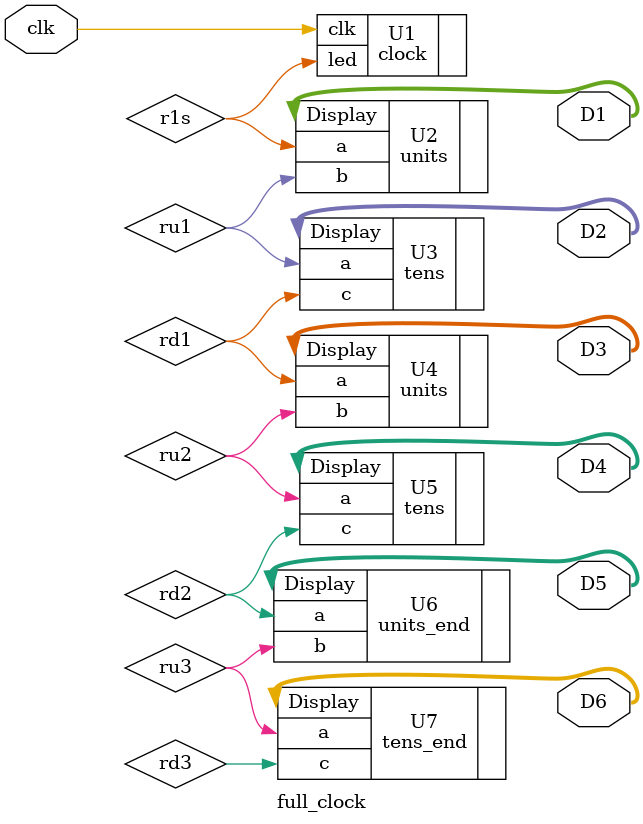
<source format=v>
module full_clock(input clk, output [6:0] D1, output [6:0] D2, output [6:0] D3, output [6:0] D4, output [6:0] D5, output [6:0] D6);
wire r1s;
wire ru1;
wire rd1;
wire ru2;
wire rd2;
wire ru3;
wire rd3;
clock U1(.clk(clk), .led(r1s));
units U2(.a(r1s), .Display(D1), .b(ru1));
tens U3(.a(ru1), .Display(D2),.c(rd1));
units U4(.a(rd1), .Display(D3), .b(ru2));
tens U5(.a(ru2), .Display(D4),.c(rd2));
units_end U6(.a(rd2), .Display(D5), .b(ru3));
tens_end U7(.a(ru3), .Display(D6),.c(rd3));

endmodule 

</source>
